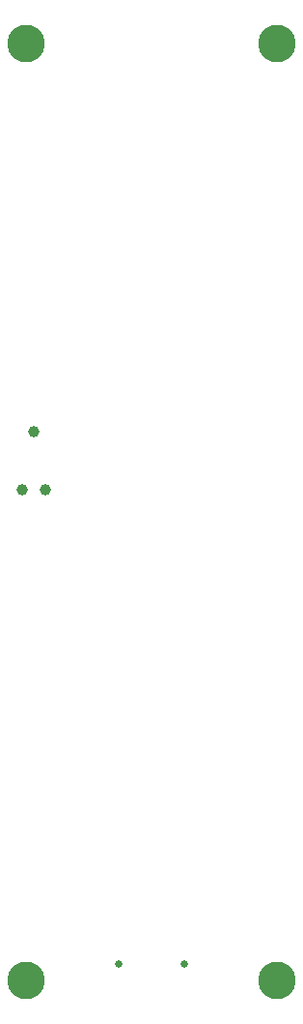
<source format=gbr>
%TF.GenerationSoftware,Altium Limited,Altium Designer,24.3.1 (35)*%
G04 Layer_Color=0*
%FSLAX45Y45*%
%MOMM*%
%TF.SameCoordinates,F890BB90-1D0F-4F84-9AE3-556F965AF49A*%
%TF.FilePolarity,Positive*%
%TF.FileFunction,NonPlated,1,4,NPTH,Drill*%
%TF.Part,Single*%
G01*
G75*
%TA.AperFunction,OtherDrill,Pad Free-0 (60.4mm,146mm)*%
%ADD98C,3.30000*%
%TA.AperFunction,OtherDrill,Pad Free-0 (82.4mm,146mm)*%
%ADD99C,3.30000*%
%TA.AperFunction,OtherDrill,Pad Free-0 (60.4mm,64mm)*%
%ADD100C,3.30000*%
%TA.AperFunction,OtherDrill,Pad Free-0 (82.4mm,64mm)*%
%ADD101C,3.30000*%
%TA.AperFunction,ComponentDrill*%
%ADD102C,0.65000*%
%ADD103C,1.00000*%
D98*
X6039999Y14600000D02*
D03*
D99*
X8240000D02*
D03*
D100*
X6040000Y6400000D02*
D03*
D101*
X8240000D02*
D03*
D102*
X7431000Y6550000D02*
D03*
X6853000D02*
D03*
D103*
X6008500Y10692000D02*
D03*
X6211500D02*
D03*
X6110000Y11200000D02*
D03*
%TF.MD5,7211a85a443a77594ea267cef301db9b*%
M02*

</source>
